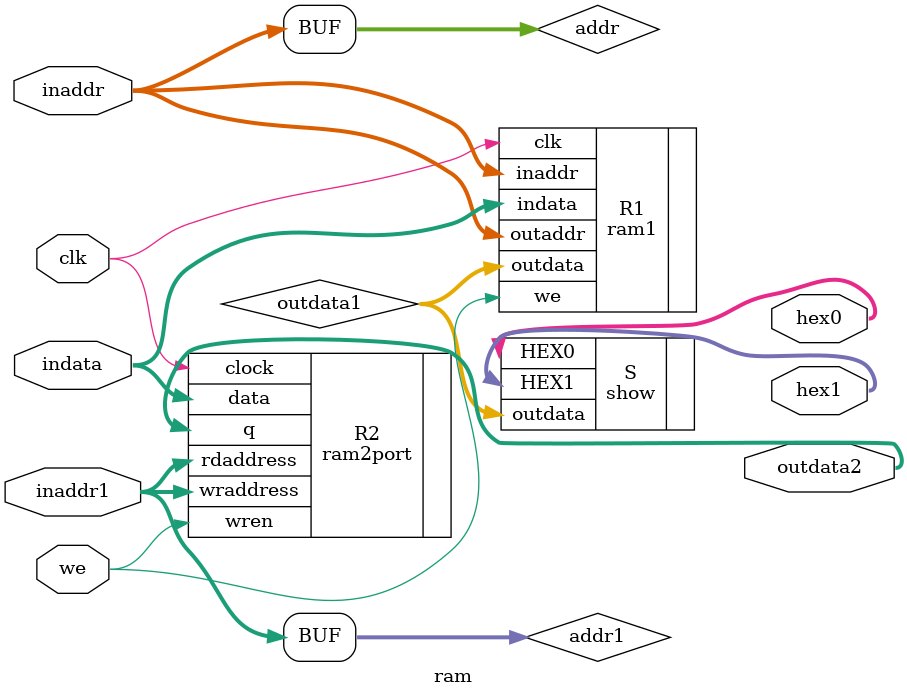
<source format=v>
module ram(clk, we, inaddr, inaddr1, indata, hex0, hex1, outdata2);
	input clk;
	input we;
	input [3:0] inaddr;
	input [3:0] inaddr1;
	wire [3:0] addr;
	wire [3:0] addr1;
	wire [7:0] outdata1;
	input [7:0] indata;
	output [6:0] hex0, hex1;
	output [7:0] outdata2;
	assign addr = inaddr;
	assign addr1 = inaddr1;
	ram1 R1(.clk(clk), .we(we), .inaddr(inaddr), .outaddr(addr), .indata(indata), .outdata(outdata1));
	ram2port R2(.clock(clk), .data(indata), .wren(we), .wraddress(inaddr1), .rdaddress(addr1), .q(outdata2));
	show S(.outdata(outdata1), .HEX0(hex0), .HEX1(hex1));
endmodule

</source>
